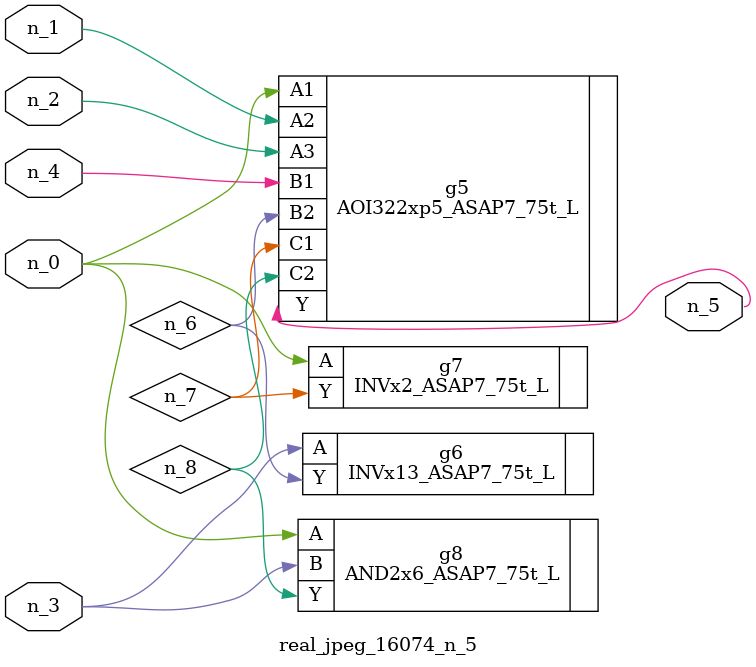
<source format=v>
module real_jpeg_16074_n_5 (n_4, n_0, n_1, n_2, n_3, n_5);

input n_4;
input n_0;
input n_1;
input n_2;
input n_3;

output n_5;

wire n_8;
wire n_6;
wire n_7;

AOI322xp5_ASAP7_75t_L g5 ( 
.A1(n_0),
.A2(n_1),
.A3(n_2),
.B1(n_4),
.B2(n_6),
.C1(n_7),
.C2(n_8),
.Y(n_5)
);

INVx2_ASAP7_75t_L g7 ( 
.A(n_0),
.Y(n_7)
);

AND2x6_ASAP7_75t_L g8 ( 
.A(n_0),
.B(n_3),
.Y(n_8)
);

INVx13_ASAP7_75t_L g6 ( 
.A(n_3),
.Y(n_6)
);


endmodule
</source>
